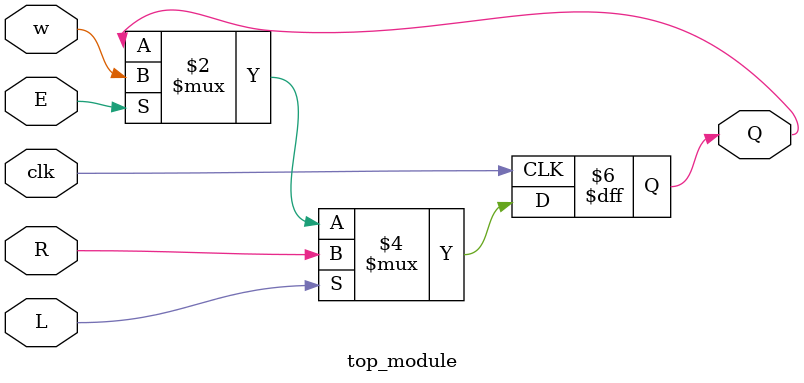
<source format=sv>
module top_module (
    input clk,
    input w,
    input R,
    input E,
    input L,
    output reg Q
);
    always @(posedge clk) begin
        if (L) begin
            Q <= R;
        end else begin
            Q <= (E) ? w : Q;
        end
    end
endmodule

</source>
